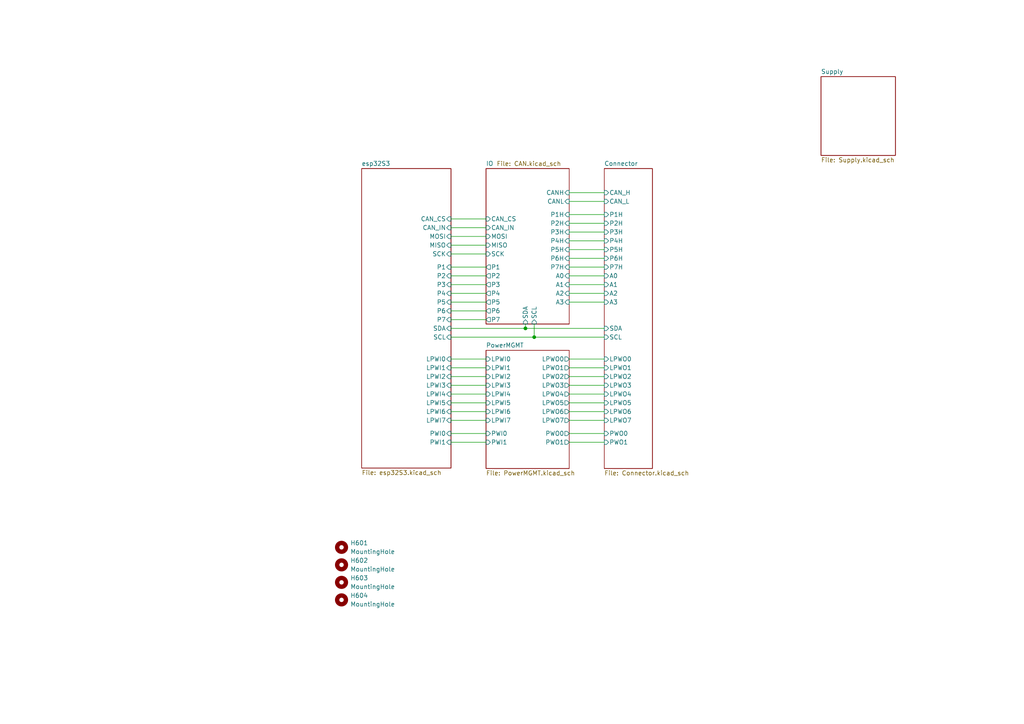
<source format=kicad_sch>
(kicad_sch (version 20231120) (generator "eeschema") (generator_version "8.0")
  (paper "A4")
  (lib_symbols
    (symbol "Mechanical:MountingHole" (pin_names (offset 1.016)) (exclude_from_sim yes) (in_bom no)
      (property "Reference" "H" (at 0 5.08 0))
      (property "Value" "MountingHole" (at 0 3.175 0))
      (symbol "MountingHole_0_1"
        (circle (center 0 0) (radius 1.27) (stroke (width 1.27)))
      )
    )
  )
  (junction (at 154.94 97.79))
  (junction (at 152.4 95.25))
  (wire (pts (xy 165.1 114.3) (xy 175.26 114.3)))
  (wire (pts (xy 165.1 111.76) (xy 175.26 111.76)))
  (wire (pts (xy 130.81 92.71) (xy 140.97 92.71)))
  (wire (pts (xy 130.81 116.84) (xy 140.97 116.84)))
  (wire (pts (xy 130.81 109.22) (xy 140.97 109.22)))
  (wire (pts (xy 130.81 77.47) (xy 140.97 77.47)))
  (wire (pts (xy 165.1 116.84) (xy 175.26 116.84)))
  (wire (pts (xy 165.1 77.47) (xy 175.26 77.47)))
  (wire (pts (xy 165.1 119.38) (xy 175.26 119.38)))
  (wire (pts (xy 165.1 55.88) (xy 175.26 55.88)))
  (wire (pts (xy 130.81 121.92) (xy 140.97 121.92)))
  (wire (pts (xy 165.1 64.77) (xy 175.26 64.77)))
  (wire (pts (xy 130.81 106.68) (xy 140.97 106.68)))
  (wire (pts (xy 130.81 85.09) (xy 140.97 85.09)))
  (wire (pts (xy 165.1 125.73) (xy 175.26 125.73)))
  (wire (pts (xy 154.94 93.98) (xy 154.94 97.79)))
  (wire (pts (xy 130.81 104.14) (xy 140.97 104.14)))
  (wire (pts (xy 165.1 121.92) (xy 175.26 121.92)))
  (wire (pts (xy 130.81 87.63) (xy 140.97 87.63)))
  (wire (pts (xy 130.81 63.5) (xy 140.97 63.5)))
  (wire (pts (xy 165.1 106.68) (xy 175.26 106.68)))
  (wire (pts (xy 130.81 82.55) (xy 140.97 82.55)))
  (wire (pts (xy 165.1 67.31) (xy 175.26 67.31)))
  (wire (pts (xy 130.81 119.38) (xy 140.97 119.38)))
  (wire (pts (xy 165.1 74.93) (xy 175.26 74.93)))
  (wire (pts (xy 165.1 80.01) (xy 175.26 80.01)))
  (wire (pts (xy 130.81 90.17) (xy 140.97 90.17)))
  (wire (pts (xy 165.1 62.23) (xy 175.26 62.23)))
  (wire (pts (xy 130.81 73.66) (xy 140.97 73.66)))
  (wire (pts (xy 165.1 72.39) (xy 175.26 72.39)))
  (wire (pts (xy 130.81 95.25) (xy 152.4 95.25)))
  (wire (pts (xy 130.81 80.01) (xy 140.97 80.01)))
  (wire (pts (xy 165.1 87.63) (xy 175.26 87.63)))
  (wire (pts (xy 154.94 97.79) (xy 175.26 97.79)))
  (wire (pts (xy 165.1 85.09) (xy 175.26 85.09)))
  (wire (pts (xy 165.1 109.22) (xy 175.26 109.22)))
  (wire (pts (xy 130.81 125.73) (xy 140.97 125.73)))
  (wire (pts (xy 165.1 82.55) (xy 175.26 82.55)))
  (wire (pts (xy 130.81 111.76) (xy 140.97 111.76)))
  (wire (pts (xy 130.81 114.3) (xy 140.97 114.3)))
  (wire (pts (xy 130.81 68.58) (xy 140.97 68.58)))
  (wire (pts (xy 165.1 104.14) (xy 175.26 104.14)))
  (wire (pts (xy 165.1 58.42) (xy 175.26 58.42)))
  (wire (pts (xy 152.4 95.25) (xy 175.26 95.25)))
  (wire (pts (xy 165.1 128.27) (xy 175.26 128.27)))
  (wire (pts (xy 130.81 128.27) (xy 140.97 128.27)))
  (wire (pts (xy 154.94 97.79) (xy 130.81 97.79)))
  (wire (pts (xy 130.81 71.12) (xy 140.97 71.12)))
  (wire (pts (xy 130.81 66.04) (xy 140.97 66.04)))
  (wire (pts (xy 152.4 95.25) (xy 152.4 93.98)))
  (wire (pts (xy 165.1 69.85) (xy 175.26 69.85)))
  (symbol (lib_id "Mechanical:MountingHole") (at 99.06 163.83 0) (unit 1) (exclude_from_sim yes) (in_bom no)
    (property "Reference" "H602" (at 101.6 162.5599 0) (effects (justify left)))
    (property "Value" "MountingHole" (at 101.6 165.0999 0) (effects (justify left)))
    (property "Footprint" "MountingHole:MountingHole_3.2mm_M3_DIN965" (effects (hide yes)))
    (property "Description" "Mounting Hole without connection" (effects (hide yes)))
  )
  (symbol (lib_id "Mechanical:MountingHole") (at 99.06 158.75 0) (unit 1) (exclude_from_sim yes) (in_bom no)
    (property "Reference" "H601" (at 101.6 157.4799 0) (effects (justify left)))
    (property "Value" "MountingHole" (at 101.6 160.0199 0) (effects (justify left)))
    (property "Footprint" "MountingHole:MountingHole_3.2mm_M3_DIN965" (effects (hide yes)))
    (property "Description" "Mounting Hole without connection" (effects (hide yes)))
  )
  (symbol (lib_id "Mechanical:MountingHole") (at 99.06 173.99 0) (unit 1) (exclude_from_sim yes) (in_bom no)
    (property "Reference" "H604" (at 101.6 172.7199 0) (effects (justify left)))
    (property "Value" "MountingHole" (at 101.6 175.2599 0) (effects (justify left)))
    (property "Footprint" "MountingHole:MountingHole_3.2mm_M3_DIN965" (effects (hide yes)))
    (property "Description" "Mounting Hole without connection" (effects (hide yes)))
  )
  (symbol (lib_id "Mechanical:MountingHole") (at 99.06 168.91 0) (unit 1) (exclude_from_sim yes) (in_bom no)
    (property "Reference" "H603" (at 101.6 167.6399 0) (effects (justify left)))
    (property "Value" "MountingHole" (at 101.6 170.1799 0) (effects (justify left)))
    (property "Footprint" "MountingHole:MountingHole_3.2mm_M3_DIN965" (effects (hide yes)))
    (property "Description" "Mounting Hole without connection" (effects (hide yes)))
  )
  (sheet (at 140.97 101.6) (size 24.13 34.29) (stroke (width 0.1524))
    (property "Sheetname" "PowerMGMT" (at 140.97 100.8884 0) (effects (justify left bottom)))
    (property "Sheetfile" "PowerMGMT.kicad_sch" (at 140.97 136.4746 0) (effects (justify left top)))
    (pin "LPWI1" input (at 140.97 106.68 180))
    (pin "LPWI3" input (at 140.97 111.76 180))
    (pin "LPWI2" input (at 140.97 109.22 180))
    (pin "LPWI0" input (at 140.97 104.14 180))
    (pin "LPWI4" input (at 140.97 114.3 180))
    (pin "LPWI5" input (at 140.97 116.84 180))
    (pin "LPWI7" input (at 140.97 121.92 180))
    (pin "LPWI6" input (at 140.97 119.38 180))
    (pin "PWI0" input (at 140.97 125.73 180))
    (pin "PWI1" input (at 140.97 128.27 180))
    (pin "LPWO1" output (at 165.1 106.68 0))
    (pin "LPWO0" output (at 165.1 104.14 0))
    (pin "LPWO2" output (at 165.1 109.22 0))
    (pin "LPWO3" output (at 165.1 111.76 0))
    (pin "PWO1" output (at 165.1 128.27 0))
    (pin "PWO0" output (at 165.1 125.73 0))
    (pin "LPWO6" output (at 165.1 119.38 0))
    (pin "LPWO7" output (at 165.1 121.92 0))
    (pin "LPWO5" output (at 165.1 116.84 0))
    (pin "LPWO4" output (at 165.1 114.3 0))
  )
  (sheet (at 175.26 48.895) (size 13.97 86.995) (stroke (width 0.1524))
    (property "Sheetname" "Connector" (at 175.26 48.1834 0) (effects (justify left bottom)))
    (property "Sheetfile" "Connector.kicad_sch" (at 175.26 136.4746 0) (effects (justify left top)))
    (pin "P6H" input (at 175.26 74.93 180))
    (pin "P7H" input (at 175.26 77.47 180))
    (pin "SCL" input (at 175.26 97.79 180))
    (pin "A1" input (at 175.26 82.55 180))
    (pin "A2" input (at 175.26 85.09 180))
    (pin "A0" input (at 175.26 80.01 180))
    (pin "CAN_L" input (at 175.26 58.42 180))
    (pin "CAN_H" input (at 175.26 55.88 180))
    (pin "P5H" input (at 175.26 72.39 180))
    (pin "SDA" input (at 175.26 95.25 180))
    (pin "A3" input (at 175.26 87.63 180))
    (pin "P1H" input (at 175.26 62.23 180))
    (pin "P2H" input (at 175.26 64.77 180))
    (pin "P3H" input (at 175.26 67.31 180))
    (pin "P4H" input (at 175.26 69.85 180))
    (pin "LPWO3" input (at 175.26 111.76 180))
    (pin "LPWO0" input (at 175.26 104.14 180))
    (pin "LPWO1" input (at 175.26 106.68 180))
    (pin "LPWO2" input (at 175.26 109.22 180))
    (pin "LPWO4" input (at 175.26 114.3 180))
    (pin "LPWO5" input (at 175.26 116.84 180))
    (pin "LPWO6" input (at 175.26 119.38 180))
    (pin "LPWO7" input (at 175.26 121.92 180))
    (pin "PWO1" input (at 175.26 128.27 180))
    (pin "PWO0" input (at 175.26 125.73 180))
  )
  (sheet (at 238.125 22.225) (size 21.59 22.86) (stroke (width 0.1524))
    (property "Sheetname" "Supply" (at 238.125 21.5134 0) (effects (justify left bottom)))
    (property "Sheetfile" "Supply.kicad_sch" (at 238.125 45.6696 0) (effects (justify left top)))
  )
  (sheet (at 104.902 48.895) (size 25.908 86.868) (stroke (width 0.1524))
    (property "Sheetname" "esp32S3" (at 104.902 48.1834 0) (effects (justify left bottom)))
    (property "Sheetfile" "esp32S3.kicad_sch" (at 104.902 136.3476 0) (effects (justify left top)))
    (pin "MOSI" input (at 130.81 68.58 0))
    (pin "MISO" input (at 130.81 71.12 0))
    (pin "SCK" input (at 130.81 73.66 0))
    (pin "P1" input (at 130.81 77.47 0))
    (pin "P2" input (at 130.81 80.01 0))
    (pin "SCL" input (at 130.81 97.79 0))
    (pin "SDA" input (at 130.81 95.25 0))
    (pin "P3" input (at 130.81 82.55 0))
    (pin "P4" input (at 130.81 85.09 0))
    (pin "CAN_IN" input (at 130.81 66.04 0))
    (pin "CAN_CS" input (at 130.81 63.5 0))
    (pin "P5" input (at 130.81 87.63 0))
    (pin "P6" input (at 130.81 90.17 0))
    (pin "P7" input (at 130.81 92.71 0))
    (pin "LPWI3" input (at 130.81 111.76 0))
    (pin "LPWI6" input (at 130.81 119.38 0))
    (pin "LPWI0" input (at 130.81 104.14 0))
    (pin "LPWI1" input (at 130.81 106.68 0))
    (pin "LPWI2" input (at 130.81 109.22 0))
    (pin "LPWI4" input (at 130.81 114.3 0))
    (pin "LPWI5" input (at 130.81 116.84 0))
    (pin "LPWI7" input (at 130.81 121.92 0))
    (pin "PWI0" input (at 130.81 125.73 0))
    (pin "PWI1" input (at 130.81 128.27 0))
  )
  (sheet (at 140.97 48.895) (size 24.13 45.085) (stroke (width 0.1524))
    (property "Sheetname" "IO" (at 140.97 48.1834 0) (effects (justify left bottom)))
    (property "Sheetfile" "CAN.kicad_sch" (at 144.018 46.736 0) (effects (justify left top)))
    (pin "P2H" input (at 165.1 64.77 0))
    (pin "P2" output (at 140.97 80.01 180))
    (pin "P3H" input (at 165.1 67.31 0))
    (pin "P1H" input (at 165.1 62.23 0))
    (pin "P1" output (at 140.97 77.47 180))
    (pin "CANH" input (at 165.1 55.88 0))
    (pin "CANL" input (at 165.1 58.42 0))
    (pin "A1" input (at 165.1 82.55 0))
    (pin "A0" input (at 165.1 80.01 0))
    (pin "SCL" input (at 154.94 93.98 270))
    (pin "A2" input (at 165.1 85.09 0))
    (pin "SDA" input (at 152.4 93.98 270))
    (pin "A3" input (at 165.1 87.63 0))
    (pin "CAN_IN" input (at 140.97 66.04 180))
    (pin "SCK" input (at 140.97 73.66 180))
    (pin "CAN_CS" input (at 140.97 63.5 180))
    (pin "MOSI" input (at 140.97 68.58 180))
    (pin "MISO" input (at 140.97 71.12 180))
    (pin "P4" output (at 140.97 85.09 180))
    (pin "P3" output (at 140.97 82.55 180))
    (pin "P6" output (at 140.97 90.17 180))
    (pin "P7H" input (at 165.1 77.47 0))
    (pin "P4H" input (at 165.1 69.85 0))
    (pin "P5H" input (at 165.1 72.39 0))
    (pin "P5" output (at 140.97 87.63 180))
    (pin "P6H" input (at 165.1 74.93 0))
    (pin "P7" output (at 140.97 92.71 180))
  )
)
</source>
